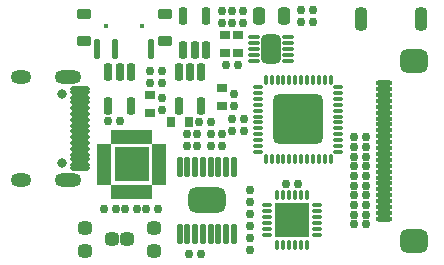
<source format=gts>
G04*
G04 #@! TF.GenerationSoftware,Altium Limited,Altium Designer,18.1.7 (191)*
G04*
G04 Layer_Color=8388736*
%FSLAX25Y25*%
%MOIN*%
G70*
G01*
G75*
G04:AMPARAMS|DCode=45|XSize=37.5mil|YSize=76.87mil|CornerRadius=10.87mil|HoleSize=0mil|Usage=FLASHONLY|Rotation=0.000|XOffset=0mil|YOffset=0mil|HoleType=Round|Shape=RoundedRectangle|*
%AMROUNDEDRECTD45*
21,1,0.03750,0.05512,0,0,0.0*
21,1,0.01575,0.07687,0,0,0.0*
1,1,0.02175,0.00787,-0.02756*
1,1,0.02175,-0.00787,-0.02756*
1,1,0.02175,-0.00787,0.02756*
1,1,0.02175,0.00787,0.02756*
%
%ADD45ROUNDEDRECTD45*%
G04:AMPARAMS|DCode=46|XSize=43.4mil|YSize=45.37mil|CornerRadius=12.35mil|HoleSize=0mil|Usage=FLASHONLY|Rotation=90.000|XOffset=0mil|YOffset=0mil|HoleType=Round|Shape=RoundedRectangle|*
%AMROUNDEDRECTD46*
21,1,0.04340,0.02067,0,0,90.0*
21,1,0.01870,0.04537,0,0,90.0*
1,1,0.02470,0.01034,0.00935*
1,1,0.02470,0.01034,-0.00935*
1,1,0.02470,-0.01034,-0.00935*
1,1,0.02470,-0.01034,0.00935*
%
%ADD46ROUNDEDRECTD46*%
G04:AMPARAMS|DCode=47|XSize=65.06mil|YSize=17.81mil|CornerRadius=5.95mil|HoleSize=0mil|Usage=FLASHONLY|Rotation=0.000|XOffset=0mil|YOffset=0mil|HoleType=Round|Shape=RoundedRectangle|*
%AMROUNDEDRECTD47*
21,1,0.06506,0.00591,0,0,0.0*
21,1,0.05315,0.01781,0,0,0.0*
1,1,0.01191,0.02657,-0.00295*
1,1,0.01191,-0.02657,-0.00295*
1,1,0.01191,-0.02657,0.00295*
1,1,0.01191,0.02657,0.00295*
%
%ADD47ROUNDEDRECTD47*%
G04:AMPARAMS|DCode=48|XSize=166mil|YSize=166mil|CornerRadius=19mil|HoleSize=0mil|Usage=FLASHONLY|Rotation=0.000|XOffset=0mil|YOffset=0mil|HoleType=Round|Shape=RoundedRectangle|*
%AMROUNDEDRECTD48*
21,1,0.16600,0.12800,0,0,0.0*
21,1,0.12800,0.16600,0,0,0.0*
1,1,0.03800,0.06400,-0.06400*
1,1,0.03800,-0.06400,-0.06400*
1,1,0.03800,-0.06400,0.06400*
1,1,0.03800,0.06400,0.06400*
%
%ADD48ROUNDEDRECTD48*%
G04:AMPARAMS|DCode=49|XSize=32.58mil|YSize=15.84mil|CornerRadius=5.46mil|HoleSize=0mil|Usage=FLASHONLY|Rotation=0.000|XOffset=0mil|YOffset=0mil|HoleType=Round|Shape=RoundedRectangle|*
%AMROUNDEDRECTD49*
21,1,0.03258,0.00492,0,0,0.0*
21,1,0.02165,0.01584,0,0,0.0*
1,1,0.01092,0.01083,-0.00246*
1,1,0.01092,-0.01083,-0.00246*
1,1,0.01092,-0.01083,0.00246*
1,1,0.01092,0.01083,0.00246*
%
%ADD49ROUNDEDRECTD49*%
G04:AMPARAMS|DCode=50|XSize=32.58mil|YSize=15.84mil|CornerRadius=5.46mil|HoleSize=0mil|Usage=FLASHONLY|Rotation=90.000|XOffset=0mil|YOffset=0mil|HoleType=Round|Shape=RoundedRectangle|*
%AMROUNDEDRECTD50*
21,1,0.03258,0.00492,0,0,90.0*
21,1,0.02165,0.01584,0,0,90.0*
1,1,0.01092,0.00246,0.01083*
1,1,0.01092,0.00246,-0.01083*
1,1,0.01092,-0.00246,-0.01083*
1,1,0.01092,-0.00246,0.01083*
%
%ADD50ROUNDEDRECTD50*%
G04:AMPARAMS|DCode=51|XSize=84.74mil|YSize=124.11mil|CornerRadius=22.69mil|HoleSize=0mil|Usage=FLASHONLY|Rotation=90.000|XOffset=0mil|YOffset=0mil|HoleType=Round|Shape=RoundedRectangle|*
%AMROUNDEDRECTD51*
21,1,0.08474,0.07874,0,0,90.0*
21,1,0.03937,0.12411,0,0,90.0*
1,1,0.04537,0.03937,0.01968*
1,1,0.04537,0.03937,-0.01968*
1,1,0.04537,-0.03937,-0.01968*
1,1,0.04537,-0.03937,0.01968*
%
%ADD51ROUNDEDRECTD51*%
G04:AMPARAMS|DCode=52|XSize=67.81mil|YSize=22.14mil|CornerRadius=7.04mil|HoleSize=0mil|Usage=FLASHONLY|Rotation=90.000|XOffset=0mil|YOffset=0mil|HoleType=Round|Shape=RoundedRectangle|*
%AMROUNDEDRECTD52*
21,1,0.06781,0.00807,0,0,90.0*
21,1,0.05374,0.02214,0,0,90.0*
1,1,0.01407,0.00404,0.02687*
1,1,0.01407,0.00404,-0.02687*
1,1,0.01407,-0.00404,-0.02687*
1,1,0.01407,-0.00404,0.02687*
%
%ADD52ROUNDEDRECTD52*%
G04:AMPARAMS|DCode=53|XSize=26mil|YSize=26mil|CornerRadius=8mil|HoleSize=0mil|Usage=FLASHONLY|Rotation=180.000|XOffset=0mil|YOffset=0mil|HoleType=Round|Shape=RoundedRectangle|*
%AMROUNDEDRECTD53*
21,1,0.02600,0.01000,0,0,180.0*
21,1,0.01000,0.02600,0,0,180.0*
1,1,0.01600,-0.00500,0.00500*
1,1,0.01600,0.00500,0.00500*
1,1,0.01600,0.00500,-0.00500*
1,1,0.01600,-0.00500,-0.00500*
%
%ADD53ROUNDEDRECTD53*%
G04:AMPARAMS|DCode=54|XSize=26mil|YSize=26mil|CornerRadius=8mil|HoleSize=0mil|Usage=FLASHONLY|Rotation=90.000|XOffset=0mil|YOffset=0mil|HoleType=Round|Shape=RoundedRectangle|*
%AMROUNDEDRECTD54*
21,1,0.02600,0.01000,0,0,90.0*
21,1,0.01000,0.02600,0,0,90.0*
1,1,0.01600,0.00500,0.00500*
1,1,0.01600,0.00500,-0.00500*
1,1,0.01600,-0.00500,-0.00500*
1,1,0.01600,-0.00500,0.00500*
%
%ADD54ROUNDEDRECTD54*%
G04:AMPARAMS|DCode=55|XSize=36mil|YSize=28mil|CornerRadius=8.5mil|HoleSize=0mil|Usage=FLASHONLY|Rotation=0.000|XOffset=0mil|YOffset=0mil|HoleType=Round|Shape=RoundedRectangle|*
%AMROUNDEDRECTD55*
21,1,0.03600,0.01100,0,0,0.0*
21,1,0.01900,0.02800,0,0,0.0*
1,1,0.01700,0.00950,-0.00550*
1,1,0.01700,-0.00950,-0.00550*
1,1,0.01700,-0.00950,0.00550*
1,1,0.01700,0.00950,0.00550*
%
%ADD55ROUNDEDRECTD55*%
G04:AMPARAMS|DCode=56|XSize=36mil|YSize=28mil|CornerRadius=8.5mil|HoleSize=0mil|Usage=FLASHONLY|Rotation=90.000|XOffset=0mil|YOffset=0mil|HoleType=Round|Shape=RoundedRectangle|*
%AMROUNDEDRECTD56*
21,1,0.03600,0.01100,0,0,90.0*
21,1,0.01900,0.02800,0,0,90.0*
1,1,0.01700,0.00550,0.00950*
1,1,0.01700,0.00550,-0.00950*
1,1,0.01700,-0.00550,-0.00950*
1,1,0.01700,-0.00550,0.00950*
%
%ADD56ROUNDEDRECTD56*%
G04:AMPARAMS|DCode=57|XSize=29.62mil|YSize=57.18mil|CornerRadius=8.91mil|HoleSize=0mil|Usage=FLASHONLY|Rotation=0.000|XOffset=0mil|YOffset=0mil|HoleType=Round|Shape=RoundedRectangle|*
%AMROUNDEDRECTD57*
21,1,0.02962,0.03937,0,0,0.0*
21,1,0.01181,0.05718,0,0,0.0*
1,1,0.01781,0.00591,-0.01968*
1,1,0.01781,-0.00591,-0.01968*
1,1,0.01781,-0.00591,0.01968*
1,1,0.01781,0.00591,0.01968*
%
%ADD57ROUNDEDRECTD57*%
G04:AMPARAMS|DCode=58|XSize=92.61mil|YSize=76.87mil|CornerRadius=20.72mil|HoleSize=0mil|Usage=FLASHONLY|Rotation=180.000|XOffset=0mil|YOffset=0mil|HoleType=Round|Shape=RoundedRectangle|*
%AMROUNDEDRECTD58*
21,1,0.09261,0.03543,0,0,180.0*
21,1,0.05118,0.07687,0,0,180.0*
1,1,0.04143,-0.02559,0.01772*
1,1,0.04143,0.02559,0.01772*
1,1,0.04143,0.02559,-0.01772*
1,1,0.04143,-0.02559,-0.01772*
%
%ADD58ROUNDEDRECTD58*%
%ADD59O,0.05521X0.01781*%
G04:AMPARAMS|DCode=60|XSize=22mil|YSize=48mil|CornerRadius=8mil|HoleSize=0mil|Usage=FLASHONLY|Rotation=90.000|XOffset=0mil|YOffset=0mil|HoleType=Round|Shape=RoundedRectangle|*
%AMROUNDEDRECTD60*
21,1,0.02200,0.03200,0,0,90.0*
21,1,0.00600,0.04800,0,0,90.0*
1,1,0.01600,0.01600,0.00300*
1,1,0.01600,0.01600,-0.00300*
1,1,0.01600,-0.01600,-0.00300*
1,1,0.01600,-0.01600,0.00300*
%
%ADD60ROUNDEDRECTD60*%
G04:AMPARAMS|DCode=61|XSize=22mil|YSize=48mil|CornerRadius=8mil|HoleSize=0mil|Usage=FLASHONLY|Rotation=0.000|XOffset=0mil|YOffset=0mil|HoleType=Round|Shape=RoundedRectangle|*
%AMROUNDEDRECTD61*
21,1,0.02200,0.03200,0,0,0.0*
21,1,0.00600,0.04800,0,0,0.0*
1,1,0.01600,0.00300,-0.01600*
1,1,0.01600,-0.00300,-0.01600*
1,1,0.01600,-0.00300,0.01600*
1,1,0.01600,0.00300,0.01600*
%
%ADD61ROUNDEDRECTD61*%
%ADD62R,0.11230X0.11624*%
%ADD63R,0.11624X0.11230*%
%ADD64O,0.01584X0.03356*%
%ADD65O,0.03356X0.01584*%
G04:AMPARAMS|DCode=66|XSize=16.24mil|YSize=39.07mil|CornerRadius=5.56mil|HoleSize=0mil|Usage=FLASHONLY|Rotation=90.000|XOffset=0mil|YOffset=0mil|HoleType=Round|Shape=RoundedRectangle|*
%AMROUNDEDRECTD66*
21,1,0.01624,0.02795,0,0,90.0*
21,1,0.00512,0.03907,0,0,90.0*
1,1,0.01112,0.01398,0.00256*
1,1,0.01112,0.01398,-0.00256*
1,1,0.01112,-0.01398,-0.00256*
1,1,0.01112,-0.01398,0.00256*
%
%ADD66ROUNDEDRECTD66*%
G04:AMPARAMS|DCode=67|XSize=98.52mil|YSize=68.21mil|CornerRadius=18.55mil|HoleSize=0mil|Usage=FLASHONLY|Rotation=90.000|XOffset=0mil|YOffset=0mil|HoleType=Round|Shape=RoundedRectangle|*
%AMROUNDEDRECTD67*
21,1,0.09852,0.03110,0,0,90.0*
21,1,0.06142,0.06821,0,0,90.0*
1,1,0.03710,0.01555,0.03071*
1,1,0.03710,0.01555,-0.03071*
1,1,0.03710,-0.01555,-0.03071*
1,1,0.03710,-0.01555,0.03071*
%
%ADD67ROUNDEDRECTD67*%
G04:AMPARAMS|DCode=68|XSize=57.18mil|YSize=41.43mil|CornerRadius=11.86mil|HoleSize=0mil|Usage=FLASHONLY|Rotation=90.000|XOffset=0mil|YOffset=0mil|HoleType=Round|Shape=RoundedRectangle|*
%AMROUNDEDRECTD68*
21,1,0.05718,0.01772,0,0,90.0*
21,1,0.03347,0.04143,0,0,90.0*
1,1,0.02372,0.00886,0.01673*
1,1,0.02372,0.00886,-0.01673*
1,1,0.02372,-0.00886,-0.01673*
1,1,0.02372,-0.00886,0.01673*
%
%ADD68ROUNDEDRECTD68*%
G04:AMPARAMS|DCode=69|XSize=66mil|YSize=22mil|CornerRadius=7mil|HoleSize=0mil|Usage=FLASHONLY|Rotation=270.000|XOffset=0mil|YOffset=0mil|HoleType=Round|Shape=RoundedRectangle|*
%AMROUNDEDRECTD69*
21,1,0.06600,0.00800,0,0,270.0*
21,1,0.05200,0.02200,0,0,270.0*
1,1,0.01400,-0.00400,-0.02600*
1,1,0.01400,-0.00400,0.02600*
1,1,0.01400,0.00400,0.02600*
1,1,0.01400,0.00400,-0.02600*
%
%ADD69ROUNDEDRECTD69*%
G04:AMPARAMS|DCode=70|XSize=48mil|YSize=36mil|CornerRadius=10.5mil|HoleSize=0mil|Usage=FLASHONLY|Rotation=180.000|XOffset=0mil|YOffset=0mil|HoleType=Round|Shape=RoundedRectangle|*
%AMROUNDEDRECTD70*
21,1,0.04800,0.01500,0,0,180.0*
21,1,0.02700,0.03600,0,0,180.0*
1,1,0.02100,-0.01350,0.00750*
1,1,0.02100,0.01350,0.00750*
1,1,0.02100,0.01350,-0.00750*
1,1,0.02100,-0.01350,-0.00750*
%
%ADD70ROUNDEDRECTD70*%
%ADD71O,0.08868X0.04537*%
%ADD72O,0.06899X0.04537*%
%ADD73C,0.03159*%
%ADD74C,0.01600*%
D45*
X175591Y97500D02*
D03*
X155500D02*
D03*
D46*
X86429Y20260D02*
D03*
X86429Y27740D02*
D03*
X77571Y24000D02*
D03*
X63571Y27740D02*
D03*
X63571Y20260D02*
D03*
X72429Y24000D02*
D03*
D47*
X61921Y74189D02*
D03*
Y73008D02*
D03*
Y71039D02*
D03*
Y69858D02*
D03*
Y67890D02*
D03*
Y65921D02*
D03*
Y63953D02*
D03*
Y61984D02*
D03*
Y60016D02*
D03*
Y58047D02*
D03*
Y56079D02*
D03*
Y54110D02*
D03*
Y52142D02*
D03*
Y50961D02*
D03*
Y48992D02*
D03*
Y47811D02*
D03*
D48*
X134500Y64000D02*
D03*
D49*
X121262Y74827D02*
D03*
Y72858D02*
D03*
Y70890D02*
D03*
Y68921D02*
D03*
Y66953D02*
D03*
Y64984D02*
D03*
Y63016D02*
D03*
Y61047D02*
D03*
Y59079D02*
D03*
Y57110D02*
D03*
Y55142D02*
D03*
Y53173D02*
D03*
X147738D02*
D03*
Y55142D02*
D03*
Y57110D02*
D03*
Y59079D02*
D03*
Y61047D02*
D03*
Y63016D02*
D03*
Y64984D02*
D03*
Y66953D02*
D03*
Y68921D02*
D03*
Y70890D02*
D03*
Y72858D02*
D03*
Y74827D02*
D03*
D50*
X123673Y50762D02*
D03*
X125642D02*
D03*
X127610D02*
D03*
X129579D02*
D03*
X131547D02*
D03*
X133516D02*
D03*
X135484D02*
D03*
X137453D02*
D03*
X139421D02*
D03*
X141390D02*
D03*
X143358D02*
D03*
X145327D02*
D03*
Y77238D02*
D03*
X143358D02*
D03*
X141390D02*
D03*
X139421D02*
D03*
X137453D02*
D03*
X135484D02*
D03*
X133516D02*
D03*
X131547D02*
D03*
X129579D02*
D03*
X127610D02*
D03*
X125642D02*
D03*
X123673D02*
D03*
D51*
X104000Y37000D02*
D03*
D52*
X95043Y48299D02*
D03*
X97602D02*
D03*
X100161D02*
D03*
X102720D02*
D03*
X105280D02*
D03*
X107839D02*
D03*
X110398D02*
D03*
X112957D02*
D03*
Y25701D02*
D03*
X110398D02*
D03*
X107839D02*
D03*
X105280D02*
D03*
X102720D02*
D03*
X100161D02*
D03*
X97602D02*
D03*
X95043D02*
D03*
D53*
X97400Y59000D02*
D03*
Y55000D02*
D03*
X116000Y96000D02*
D03*
Y100000D02*
D03*
X89000Y80000D02*
D03*
Y76000D02*
D03*
X112957Y68500D02*
D03*
Y72500D02*
D03*
X85000Y76000D02*
D03*
Y80000D02*
D03*
X89000Y67000D02*
D03*
Y71000D02*
D03*
X112500Y96000D02*
D03*
Y100000D02*
D03*
X109000D02*
D03*
Y96000D02*
D03*
X118500Y40500D02*
D03*
Y36500D02*
D03*
Y20500D02*
D03*
Y24500D02*
D03*
Y32500D02*
D03*
Y28500D02*
D03*
X100800Y55000D02*
D03*
Y59000D02*
D03*
X105500D02*
D03*
Y55000D02*
D03*
X109000D02*
D03*
Y59000D02*
D03*
D54*
X80800Y34000D02*
D03*
X76800D02*
D03*
X139500Y96500D02*
D03*
X135500D02*
D03*
X114500Y82000D02*
D03*
X110500D02*
D03*
X87800Y34000D02*
D03*
X83800D02*
D03*
X69800D02*
D03*
X73800D02*
D03*
X116500Y60000D02*
D03*
X112500D02*
D03*
X153000Y32222D02*
D03*
X157000D02*
D03*
X153000Y38667D02*
D03*
X157000D02*
D03*
X153000Y41889D02*
D03*
X157000D02*
D03*
X153000Y48333D02*
D03*
X157000D02*
D03*
X153000Y29000D02*
D03*
X157000D02*
D03*
X102000Y19000D02*
D03*
X98000D02*
D03*
X71000Y63500D02*
D03*
X75000D02*
D03*
X112500Y64000D02*
D03*
X116500D02*
D03*
X101500Y63000D02*
D03*
X105500D02*
D03*
X157000Y45111D02*
D03*
X153000D02*
D03*
X134500Y42600D02*
D03*
X130500D02*
D03*
X153000Y58000D02*
D03*
X157000D02*
D03*
Y35444D02*
D03*
X153000D02*
D03*
X157000Y51556D02*
D03*
X153000D02*
D03*
X157000Y54778D02*
D03*
X153000D02*
D03*
X139500Y100500D02*
D03*
X135500D02*
D03*
D55*
X114500Y86000D02*
D03*
Y92000D02*
D03*
X108957Y68500D02*
D03*
Y74500D02*
D03*
X85000Y72000D02*
D03*
Y66000D02*
D03*
X110000Y92000D02*
D03*
Y86000D02*
D03*
D56*
X98000Y63000D02*
D03*
X92000D02*
D03*
D57*
X71260Y79905D02*
D03*
X75000D02*
D03*
X78740D02*
D03*
Y68506D02*
D03*
X71260D02*
D03*
X94760Y79905D02*
D03*
X98500D02*
D03*
X102240D02*
D03*
Y68506D02*
D03*
X94760D02*
D03*
X103740Y87094D02*
D03*
X100000D02*
D03*
X96260D02*
D03*
Y98494D02*
D03*
X103740D02*
D03*
D58*
X172971Y23382D02*
D03*
Y83618D02*
D03*
D59*
X163029Y30864D02*
D03*
Y32832D02*
D03*
Y34801D02*
D03*
Y36769D02*
D03*
Y38738D02*
D03*
Y40706D02*
D03*
Y42675D02*
D03*
Y44643D02*
D03*
Y46612D02*
D03*
Y48580D02*
D03*
Y50549D02*
D03*
Y52517D02*
D03*
Y54486D02*
D03*
X163029Y56454D02*
D03*
X163029Y58423D02*
D03*
Y60391D02*
D03*
Y62360D02*
D03*
Y64328D02*
D03*
Y66297D02*
D03*
Y68265D02*
D03*
Y70234D02*
D03*
Y72202D02*
D03*
Y74171D02*
D03*
X163029Y76139D02*
D03*
D60*
X88150Y43095D02*
D03*
Y45063D02*
D03*
Y47032D02*
D03*
Y49000D02*
D03*
Y50968D02*
D03*
Y52937D02*
D03*
Y54905D02*
D03*
X69850D02*
D03*
Y52937D02*
D03*
Y50968D02*
D03*
Y49000D02*
D03*
Y47032D02*
D03*
Y45063D02*
D03*
Y43095D02*
D03*
D61*
X84905Y58150D02*
D03*
X82937D02*
D03*
X80968D02*
D03*
X79000D02*
D03*
X77031D02*
D03*
X75063D02*
D03*
X73094D02*
D03*
Y39850D02*
D03*
X75063D02*
D03*
X77031D02*
D03*
X79000D02*
D03*
X80968D02*
D03*
X82937D02*
D03*
X84905D02*
D03*
D62*
X79000Y49000D02*
D03*
D63*
X132500Y30500D02*
D03*
D64*
X137421Y22232D02*
D03*
X135453D02*
D03*
X133484D02*
D03*
X131516D02*
D03*
X129547D02*
D03*
X127579D02*
D03*
Y38768D02*
D03*
X129547D02*
D03*
X131516D02*
D03*
X133484D02*
D03*
X135453D02*
D03*
X137421D02*
D03*
D65*
X124232Y25579D02*
D03*
Y27547D02*
D03*
Y29516D02*
D03*
Y31484D02*
D03*
Y33453D02*
D03*
Y35421D02*
D03*
X140768D02*
D03*
Y33453D02*
D03*
Y31484D02*
D03*
Y29516D02*
D03*
Y27547D02*
D03*
Y25579D02*
D03*
D66*
X131150Y83563D02*
D03*
Y85532D02*
D03*
Y87500D02*
D03*
Y89468D02*
D03*
Y91437D02*
D03*
X119850D02*
D03*
Y89468D02*
D03*
Y87500D02*
D03*
Y85532D02*
D03*
Y83563D02*
D03*
D67*
X125500Y87500D02*
D03*
D68*
X121366Y98500D02*
D03*
X129634D02*
D03*
D69*
X85500Y87500D02*
D03*
X73500D02*
D03*
X67500D02*
D03*
D70*
X90000Y90300D02*
D03*
X63000Y99200D02*
D03*
Y90300D02*
D03*
X90000Y99200D02*
D03*
D71*
X57827Y78028D02*
D03*
Y43972D02*
D03*
D72*
X42079Y78028D02*
D03*
Y43972D02*
D03*
D73*
X55858Y49622D02*
D03*
Y72378D02*
D03*
D74*
X82406Y95000D02*
D03*
X70595D02*
D03*
M02*

</source>
